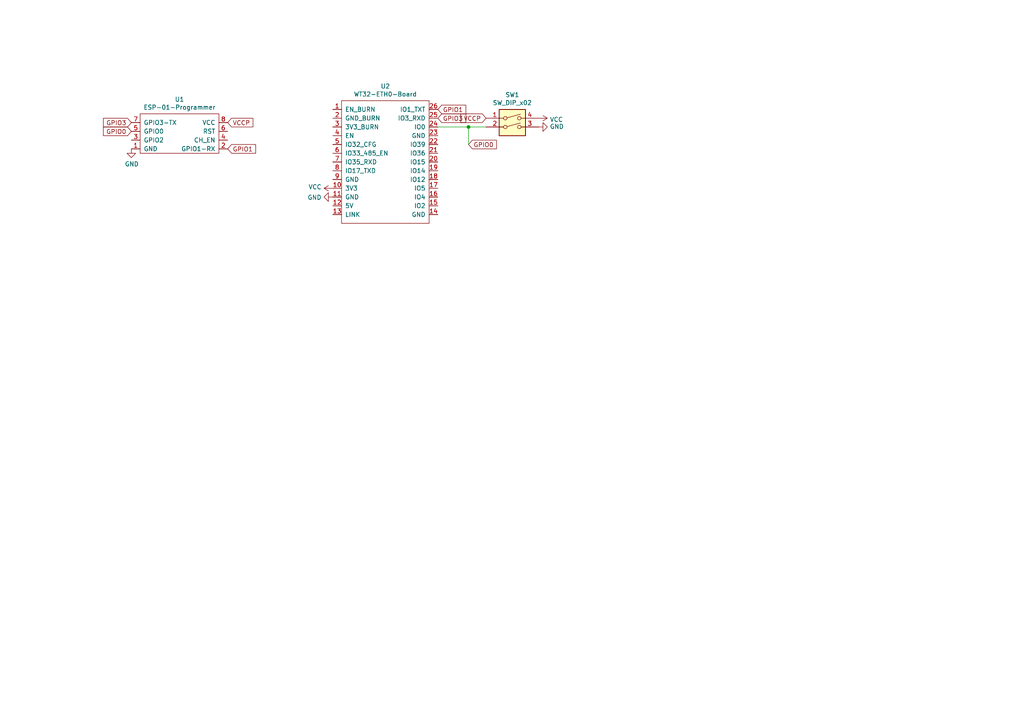
<source format=kicad_sch>
(kicad_sch (version 20210621) (generator eeschema)
  (paper "A4")
  (lib_symbols
    (symbol "Switch:SW_DIP_x02" (pin_names (offset 0) hide)
      (property "Reference" "SW" (at 0 6.35 0))
      (property "Value" "SW_DIP_x02" (at 0 -3.81 0))
      (symbol "SW_DIP_x02_0_0"
        (circle (center -2.032 0) (radius 0.508))
        (circle (center -2.032 2.54) (radius 0.508))
        (circle (center 2.032 0) (radius 0.508))
        (circle (center 2.032 2.54) (radius 0.508))
        (polyline (pts (xy -1.524 0.127) (xy 2.3622 1.1684)))
        (polyline (pts (xy -1.524 2.667) (xy 2.3622 3.7084)))
      )
      (symbol "SW_DIP_x02_0_1"
        (rectangle (start -3.81 5.08) (end 3.81 -2.54) (stroke (width 0.254)) (fill (type background)))
      )
      (symbol "SW_DIP_x02_1_1"
        (pin passive line (at -7.62 2.54 0) (length 5.08) (name "~") (number "1"))
        (pin passive line (at -7.62 0 0) (length 5.08) (name "~") (number "2"))
        (pin passive line (at 7.62 0 180) (length 5.08) (name "~") (number "3"))
        (pin passive line (at 7.62 2.54 180) (length 5.08) (name "~") (number "4"))
      )
    )
    (symbol "boards:ESP-01-Programmer" (pin_names (offset 1.016))
      (property "Reference" "U" (at -10.16 7.62 0))
      (property "Value" "ESP-01-Programmer" (at 0 -6.35 0))
      (symbol "ESP-01-Programmer_0_1"
        (rectangle (start -11.43 6.35) (end 11.43 -5.08))
      )
      (symbol "ESP-01-Programmer_1_1"
        (pin power_out line (at -13.97 -3.81 0) (length 2.54) (name "GND") (number "1"))
        (pin input line (at 13.97 -3.81 180) (length 2.54) (name "GPIO1-RX") (number "2"))
        (pin bidirectional line (at -13.97 -1.27 0) (length 2.54) (name "GPIO2") (number "3"))
        (pin output line (at 13.97 -1.27 180) (length 2.54) (name "CH_EN") (number "4"))
        (pin bidirectional line (at -13.97 1.27 0) (length 2.54) (name "GPIO0") (number "5"))
        (pin input line (at 13.97 1.27 180) (length 2.54) (name "RST") (number "6"))
        (pin output line (at -13.97 3.81 0) (length 2.54) (name "GPIO3-TX") (number "7"))
        (pin power_out line (at 13.97 3.81 180) (length 2.54) (name "VCC") (number "8"))
      )
    )
    (symbol "power:GND" (power) (pin_names (offset 0))
      (property "Value" "GND" (at 0 -3.81 0))
      (symbol "GND_0_1"
        (polyline (pts (xy 0 0) (xy 0 -1.27) (xy 1.27 -1.27) (xy 0 -2.54) (xy -1.27 -1.27) (xy 0 -1.27)))
      )
      (symbol "GND_1_1"
        (pin power_in line (at 0 0 270) (length 0) hide (name "GND") (number "1"))
      )
    )
    (symbol "power:VCC" (power) (pin_names (offset 0))
      (property "Value" "VCC" (at 0 3.81 0))
      (symbol "VCC_0_1"
        (polyline (pts (xy -0.762 1.27) (xy 0 2.54)))
        (polyline (pts (xy 0 0) (xy 0 2.54)))
        (polyline (pts (xy 0 2.54) (xy 0.762 1.27)))
      )
      (symbol "VCC_1_1"
        (pin power_in line (at 0 0 90) (length 0) hide (name "VCC") (number "1"))
      )
    )
    (symbol "wt32-esp01-programmer-rescue:WT32-ETH0-Board-boards" (pin_names (offset 1.016))
      (property "Reference" "U" (at -11.43 19.05 0))
      (property "Value" "WT32-ETH0-Board-boards" (at 0 -19.05 0))
      (symbol "WT32-ETH0-Board-boards_0_1"
        (rectangle (start -12.7 17.78) (end 12.7 -17.78))
      )
      (symbol "WT32-ETH0-Board-boards_1_1"
        (pin input line (at -15.24 15.24 0) (length 2.54) (name "EN_BURN") (number "1"))
        (pin power_in line (at -15.24 -7.62 0) (length 2.54) (name "3V3") (number "10"))
        (pin power_in line (at -15.24 -10.16 0) (length 2.54) (name "GND") (number "11"))
        (pin power_in line (at -15.24 -12.7 0) (length 2.54) (name "5V") (number "12"))
        (pin bidirectional line (at -15.24 -15.24 0) (length 2.54) (name "LINK") (number "13"))
        (pin power_in line (at 15.24 -15.24 180) (length 2.54) (name "GND") (number "14"))
        (pin bidirectional line (at 15.24 -12.7 180) (length 2.54) (name "IO2") (number "15"))
        (pin bidirectional line (at 15.24 -10.16 180) (length 2.54) (name "IO4") (number "16"))
        (pin bidirectional line (at 15.24 -7.62 180) (length 2.54) (name "IO5") (number "17"))
        (pin bidirectional line (at 15.24 -5.08 180) (length 2.54) (name "IO12") (number "18"))
        (pin bidirectional line (at 15.24 -2.54 180) (length 2.54) (name "IO14") (number "19"))
        (pin power_in line (at -15.24 12.7 0) (length 2.54) (name "GND_BURN") (number "2"))
        (pin bidirectional line (at 15.24 0 180) (length 2.54) (name "IO15") (number "20"))
        (pin input line (at 15.24 2.54 180) (length 2.54) (name "IO36") (number "21"))
        (pin input line (at 15.24 5.08 180) (length 2.54) (name "IO39") (number "22"))
        (pin power_in line (at 15.24 7.62 180) (length 2.54) (name "GND") (number "23"))
        (pin bidirectional line (at 15.24 10.16 180) (length 2.54) (name "IO0") (number "24"))
        (pin bidirectional line (at 15.24 12.7 180) (length 2.54) (name "IO3_RXD") (number "25"))
        (pin bidirectional line (at 15.24 15.24 180) (length 2.54) (name "IO1_TXT") (number "26"))
        (pin power_in line (at -15.24 10.16 0) (length 2.54) (name "3V3_BURN") (number "3"))
        (pin input line (at -15.24 7.62 0) (length 2.54) (name "EN") (number "4"))
        (pin bidirectional line (at -15.24 5.08 0) (length 2.54) (name "IO32_CFG") (number "5"))
        (pin bidirectional line (at -15.24 2.54 0) (length 2.54) (name "IO33_485_EN") (number "6"))
        (pin input line (at -15.24 0 0) (length 2.54) (name "IO35_RXD") (number "7"))
        (pin bidirectional line (at -15.24 -2.54 0) (length 2.54) (name "IO17_TXD") (number "8"))
        (pin power_in line (at -15.24 -5.08 0) (length 2.54) (name "GND") (number "9"))
      )
    )
  )
  (junction (at 135.89 36.83) (diameter 0.9144))
  (wire (pts (xy 127 36.83) (xy 135.89 36.83)))
  (wire (pts (xy 135.89 41.91) (xy 135.89 36.83)))
  (wire (pts (xy 140.97 36.83) (xy 135.89 36.83)))
  (global_label "GPIO3" (shape input) (at 38.1 35.56 180) (property "Intersheet References" "${INTERSHEET_REFS}" (effects hide)))
  (global_label "GPIO0" (shape input) (at 38.1 38.1 180) (property "Intersheet References" "${INTERSHEET_REFS}" (effects hide)))
  (global_label "VCCP" (shape input) (at 66.04 35.56 0) (property "Intersheet References" "${INTERSHEET_REFS}" (effects hide)))
  (global_label "GPIO1" (shape input) (at 66.04 43.18 0) (property "Intersheet References" "${INTERSHEET_REFS}" (effects hide)))
  (global_label "GPIO1" (shape input) (at 127 31.75 0) (property "Intersheet References" "${INTERSHEET_REFS}" (effects hide)))
  (global_label "GPIO3" (shape input) (at 127 34.29 0) (property "Intersheet References" "${INTERSHEET_REFS}" (effects hide)))
  (global_label "GPIO0" (shape input) (at 135.89 41.91 0) (property "Intersheet References" "${INTERSHEET_REFS}" (effects hide)))
  (global_label "VCCP" (shape input) (at 140.97 34.29 180) (property "Intersheet References" "${INTERSHEET_REFS}" (effects hide)))
  (symbol (lib_id "power:VCC") (at 96.52 54.61 90) (unit 1)
    (property "Reference" "#PWR03" (effects hide))
    (property "Value" "VCC" (at 93.2942 54.229 90) (effects (justify left)))
  )
  (symbol (lib_id "power:VCC") (at 156.21 34.29 270) (unit 1)
    (property "Reference" "#PWR02" (effects hide))
    (property "Value" "VCC" (at 159.4612 34.671 90) (effects (justify left)))
  )
  (symbol (lib_id "power:GND") (at 38.1 43.18 0) (unit 1)
    (property "Reference" "#PWR01" (effects hide))
    (property "Value" "GND" (at 38.227 47.5742 0))
  )
  (symbol (lib_id "power:GND") (at 96.52 57.15 270) (unit 1)
    (property "Reference" "#PWR04" (effects hide))
    (property "Value" "GND" (at 93.2688 57.277 90) (effects (justify right)))
  )
  (symbol (lib_id "power:GND") (at 156.21 36.83 90) (unit 1)
    (property "Reference" "#PWR05" (effects hide))
    (property "Value" "GND" (at 159.4612 36.703 90) (effects (justify right)))
  )
  (symbol (lib_id "Switch:SW_DIP_x02") (at 148.59 36.83 0) (unit 1)
    (property "Reference" "SW1" (at 148.59 27.5082 0))
    (property "Value" "SW_DIP_x02" (at 148.59 29.8196 0))
    (property "Footprint" "Button_Switch_THT:SW_DIP_SPSTx02_Slide_9.78x7.26mm_W7.62mm_P2.54mm" (effects hide))
  )
  (symbol (lib_id "boards:ESP-01-Programmer") (at 52.07 39.37 0) (unit 1)
    (property "Reference" "U1" (at 52.07 28.829 0))
    (property "Value" "ESP-01-Programmer" (at 52.07 31.1404 0))
    (property "Footprint" "boards:ESP-01-Programmer" (effects hide))
  )
  (symbol (lib_id "wt32-esp01-programmer-rescue:WT32-ETH0-Board-boards") (at 111.76 46.99 0) (unit 1)
    (property "Reference" "U2" (at 111.76 25.019 0))
    (property "Value" "WT32-ETH0-Board" (at 111.76 27.3304 0))
    (property "Footprint" "boards:WT32-ETH01-Board-Reversed" (effects hide))
  )
)
</source>
